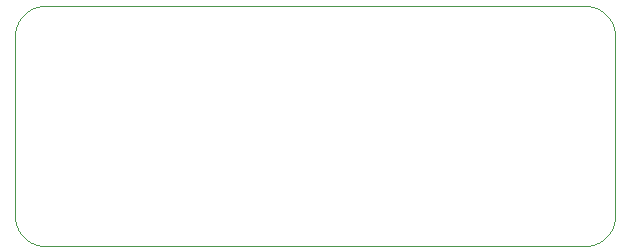
<source format=gbp>
G75*
%MOIN*%
%OFA0B0*%
%FSLAX25Y25*%
%IPPOS*%
%LPD*%
%AMOC8*
5,1,8,0,0,1.08239X$1,22.5*
%
%ADD10C,0.00000*%
D10*
X0021300Y0011300D02*
X0201300Y0011300D01*
X0201542Y0011303D01*
X0201783Y0011312D01*
X0202024Y0011326D01*
X0202265Y0011347D01*
X0202505Y0011373D01*
X0202745Y0011405D01*
X0202984Y0011443D01*
X0203221Y0011486D01*
X0203458Y0011536D01*
X0203693Y0011591D01*
X0203927Y0011651D01*
X0204159Y0011718D01*
X0204390Y0011789D01*
X0204619Y0011867D01*
X0204846Y0011950D01*
X0205071Y0012038D01*
X0205294Y0012132D01*
X0205514Y0012231D01*
X0205732Y0012336D01*
X0205947Y0012445D01*
X0206160Y0012560D01*
X0206370Y0012680D01*
X0206576Y0012805D01*
X0206780Y0012935D01*
X0206981Y0013070D01*
X0207178Y0013210D01*
X0207372Y0013354D01*
X0207562Y0013503D01*
X0207748Y0013657D01*
X0207931Y0013815D01*
X0208110Y0013977D01*
X0208285Y0014144D01*
X0208456Y0014315D01*
X0208623Y0014490D01*
X0208785Y0014669D01*
X0208943Y0014852D01*
X0209097Y0015038D01*
X0209246Y0015228D01*
X0209390Y0015422D01*
X0209530Y0015619D01*
X0209665Y0015820D01*
X0209795Y0016024D01*
X0209920Y0016230D01*
X0210040Y0016440D01*
X0210155Y0016653D01*
X0210264Y0016868D01*
X0210369Y0017086D01*
X0210468Y0017306D01*
X0210562Y0017529D01*
X0210650Y0017754D01*
X0210733Y0017981D01*
X0210811Y0018210D01*
X0210882Y0018441D01*
X0210949Y0018673D01*
X0211009Y0018907D01*
X0211064Y0019142D01*
X0211114Y0019379D01*
X0211157Y0019616D01*
X0211195Y0019855D01*
X0211227Y0020095D01*
X0211253Y0020335D01*
X0211274Y0020576D01*
X0211288Y0020817D01*
X0211297Y0021058D01*
X0211300Y0021300D01*
X0211300Y0081300D01*
X0211297Y0081542D01*
X0211288Y0081783D01*
X0211274Y0082024D01*
X0211253Y0082265D01*
X0211227Y0082505D01*
X0211195Y0082745D01*
X0211157Y0082984D01*
X0211114Y0083221D01*
X0211064Y0083458D01*
X0211009Y0083693D01*
X0210949Y0083927D01*
X0210882Y0084159D01*
X0210811Y0084390D01*
X0210733Y0084619D01*
X0210650Y0084846D01*
X0210562Y0085071D01*
X0210468Y0085294D01*
X0210369Y0085514D01*
X0210264Y0085732D01*
X0210155Y0085947D01*
X0210040Y0086160D01*
X0209920Y0086370D01*
X0209795Y0086576D01*
X0209665Y0086780D01*
X0209530Y0086981D01*
X0209390Y0087178D01*
X0209246Y0087372D01*
X0209097Y0087562D01*
X0208943Y0087748D01*
X0208785Y0087931D01*
X0208623Y0088110D01*
X0208456Y0088285D01*
X0208285Y0088456D01*
X0208110Y0088623D01*
X0207931Y0088785D01*
X0207748Y0088943D01*
X0207562Y0089097D01*
X0207372Y0089246D01*
X0207178Y0089390D01*
X0206981Y0089530D01*
X0206780Y0089665D01*
X0206576Y0089795D01*
X0206370Y0089920D01*
X0206160Y0090040D01*
X0205947Y0090155D01*
X0205732Y0090264D01*
X0205514Y0090369D01*
X0205294Y0090468D01*
X0205071Y0090562D01*
X0204846Y0090650D01*
X0204619Y0090733D01*
X0204390Y0090811D01*
X0204159Y0090882D01*
X0203927Y0090949D01*
X0203693Y0091009D01*
X0203458Y0091064D01*
X0203221Y0091114D01*
X0202984Y0091157D01*
X0202745Y0091195D01*
X0202505Y0091227D01*
X0202265Y0091253D01*
X0202024Y0091274D01*
X0201783Y0091288D01*
X0201542Y0091297D01*
X0201300Y0091300D01*
X0021300Y0091300D01*
X0021058Y0091297D01*
X0020817Y0091288D01*
X0020576Y0091274D01*
X0020335Y0091253D01*
X0020095Y0091227D01*
X0019855Y0091195D01*
X0019616Y0091157D01*
X0019379Y0091114D01*
X0019142Y0091064D01*
X0018907Y0091009D01*
X0018673Y0090949D01*
X0018441Y0090882D01*
X0018210Y0090811D01*
X0017981Y0090733D01*
X0017754Y0090650D01*
X0017529Y0090562D01*
X0017306Y0090468D01*
X0017086Y0090369D01*
X0016868Y0090264D01*
X0016653Y0090155D01*
X0016440Y0090040D01*
X0016230Y0089920D01*
X0016024Y0089795D01*
X0015820Y0089665D01*
X0015619Y0089530D01*
X0015422Y0089390D01*
X0015228Y0089246D01*
X0015038Y0089097D01*
X0014852Y0088943D01*
X0014669Y0088785D01*
X0014490Y0088623D01*
X0014315Y0088456D01*
X0014144Y0088285D01*
X0013977Y0088110D01*
X0013815Y0087931D01*
X0013657Y0087748D01*
X0013503Y0087562D01*
X0013354Y0087372D01*
X0013210Y0087178D01*
X0013070Y0086981D01*
X0012935Y0086780D01*
X0012805Y0086576D01*
X0012680Y0086370D01*
X0012560Y0086160D01*
X0012445Y0085947D01*
X0012336Y0085732D01*
X0012231Y0085514D01*
X0012132Y0085294D01*
X0012038Y0085071D01*
X0011950Y0084846D01*
X0011867Y0084619D01*
X0011789Y0084390D01*
X0011718Y0084159D01*
X0011651Y0083927D01*
X0011591Y0083693D01*
X0011536Y0083458D01*
X0011486Y0083221D01*
X0011443Y0082984D01*
X0011405Y0082745D01*
X0011373Y0082505D01*
X0011347Y0082265D01*
X0011326Y0082024D01*
X0011312Y0081783D01*
X0011303Y0081542D01*
X0011300Y0081300D01*
X0011300Y0021300D01*
X0011303Y0021058D01*
X0011312Y0020817D01*
X0011326Y0020576D01*
X0011347Y0020335D01*
X0011373Y0020095D01*
X0011405Y0019855D01*
X0011443Y0019616D01*
X0011486Y0019379D01*
X0011536Y0019142D01*
X0011591Y0018907D01*
X0011651Y0018673D01*
X0011718Y0018441D01*
X0011789Y0018210D01*
X0011867Y0017981D01*
X0011950Y0017754D01*
X0012038Y0017529D01*
X0012132Y0017306D01*
X0012231Y0017086D01*
X0012336Y0016868D01*
X0012445Y0016653D01*
X0012560Y0016440D01*
X0012680Y0016230D01*
X0012805Y0016024D01*
X0012935Y0015820D01*
X0013070Y0015619D01*
X0013210Y0015422D01*
X0013354Y0015228D01*
X0013503Y0015038D01*
X0013657Y0014852D01*
X0013815Y0014669D01*
X0013977Y0014490D01*
X0014144Y0014315D01*
X0014315Y0014144D01*
X0014490Y0013977D01*
X0014669Y0013815D01*
X0014852Y0013657D01*
X0015038Y0013503D01*
X0015228Y0013354D01*
X0015422Y0013210D01*
X0015619Y0013070D01*
X0015820Y0012935D01*
X0016024Y0012805D01*
X0016230Y0012680D01*
X0016440Y0012560D01*
X0016653Y0012445D01*
X0016868Y0012336D01*
X0017086Y0012231D01*
X0017306Y0012132D01*
X0017529Y0012038D01*
X0017754Y0011950D01*
X0017981Y0011867D01*
X0018210Y0011789D01*
X0018441Y0011718D01*
X0018673Y0011651D01*
X0018907Y0011591D01*
X0019142Y0011536D01*
X0019379Y0011486D01*
X0019616Y0011443D01*
X0019855Y0011405D01*
X0020095Y0011373D01*
X0020335Y0011347D01*
X0020576Y0011326D01*
X0020817Y0011312D01*
X0021058Y0011303D01*
X0021300Y0011300D01*
M02*

</source>
